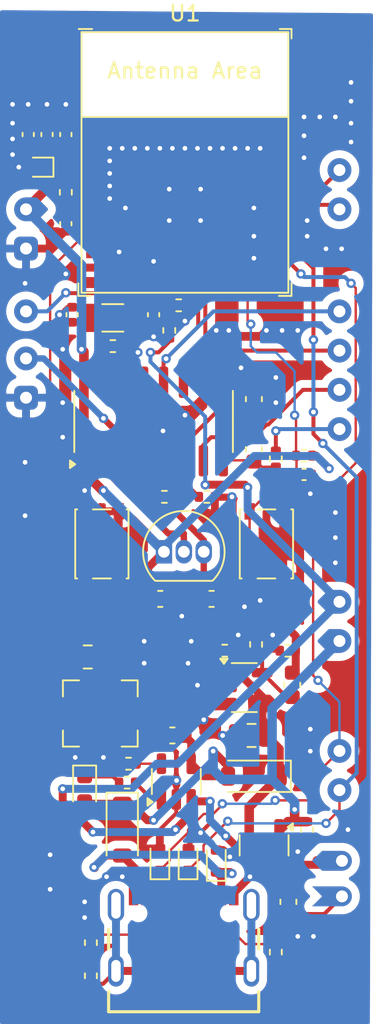
<source format=kicad_pcb>
(kicad_pcb (version 20240108) (generator "pcbnew") (generator_version "8.0")
  (layers (0 "F.Cu" signal) (31 "B.Cu" signal) (34 "B.Paste" user) (35 "F.Paste" user) (36 "B.SilkS" user "B.Silkscreen") (37 "F.SilkS" user "F.Silkscreen") (38 "B.Mask" user) (39 "F.Mask" user) (44 "Edge.Cuts" user))
  (net 0 "")
  (net 1 "GND")
  (net 2 "+3V3")
  (net 3 "CHIP_PU")
  (net 4 "VBUS")
  (net 5 "+BATT")
  (net 6 "IO0")
  (net 7 "IO1")
  (net 8 "E+")
  (net 9 "Net-(U3-VBG)")
  (net 10 "A-")
  (net 11 "Net-(U3-INA+)")
  (net 12 "IO9_BOOT")
  (net 13 "+5V")
  (net 14 "Net-(U6-FB)")
  (net 15 "Net-(D1-K)")
  (net 16 "USB_D-")
  (net 17 "Net-(D8-A)")
  (net 18 "USB_D+")
  (net 20 "Net-(J2-SHELL_GND-PadS1)")
  (net 22 "Net-(J2-CC1)")
  (net 23 "Net-(J2-CC2)")
  (net 24 "/Buck_Coil")
  (net 25 "Net-(Q1-B)")
  (net 26 "Net-(U2-PROG)")
  (net 27 "Net-(U2-STAT)")
  (net 28 "Net-(U3-VFB)")
  (net 29 "A+")
  (net 30 "IO1_ADC")
  (net 31 "ENABLE")
  (net 43 "IO20_RX")
  (net 48 "IO4_DATA")
  (net 51 "IO5_SCK")
  (net 53 "IO21_TX")
  (net 56 "unconnected-(U3-XO-Pad13)")
  (footprint "Diode_SMD:D_SOD-523" (layer "F.Cu") (at 141 100.1 90)
    (property "Reference" "D10" (hide yes))
    (property "Value" "LESD5D5.0CT1G" (hide yes))
  )
  (footprint "Capacitor_SMD:C_0805_2012Metric" (layer "F.Cu") (at 134.6 87.2)
    (property "Reference" "C17" (hide yes))
    (property "Value" "10uF 16V" (hide yes))
  )
  (footprint "LED_SMD:LED_0603_1608Metric" (layer "F.Cu") (at 134.4 95.6 -90)
    (property "Reference" "D1" (hide yes))
    (property "Value" "LED" (hide yes))
  )
  (footprint "Capacitor_SMD:C_0402_1005Metric" (layer "F.Cu") (at 133.6 65.4 90)
    (property "Reference" "C7" (hide yes))
    (property "Value" "DNP" (hide yes))
  )
  (footprint "Diode_SMD:D_SOD-523" (layer "F.Cu") (at 142.8 100.2 90)
    (property "Reference" "D9" (hide yes))
    (property "Value" "LESD5D5.0CT1G" (hide yes))
  )
  (footprint "Package_TO_SOT_SMD:SOT-23-5" (layer "F.Cu") (at 144.5875 89.15)
    (property "Reference" "U6" (hide yes))
    (property "Value" "SY8088" (hide yes))
  )
  (footprint "Diode_SMD:D_SOD-523" (layer "F.Cu") (at 139.2 100.1 90)
    (property "Reference" "D7" (hide yes))
    (property "Value" "LESD5D5.0CT1G" (hide yes))
  )
  (footprint "Capacitor_SMD:C_0603_1608Metric" (layer "F.Cu") (at 147.65 88.975 -90)
    (property "Reference" "C16" (hide yes))
    (property "Value" "22pF 50V" (hide yes))
  )
  (footprint "Capacitor_SMD:C_0603_1608Metric" (layer "F.Cu") (at 142.5 83.5)
    (property "Reference" "C10" (hide yes))
    (property "Value" "1uF" (hide yes))
  )
  (footprint "Resistor_SMD:R_0402_1005Metric" (layer "F.Cu") (at 142.2 77)
    (property "Reference" "R6" (hide yes))
    (property "Value" "8k2R 1%" (hide yes))
  )
  (footprint "Capacitor_SMD:C_0603_1608Metric" (layer "F.Cu") (at 145.2 70.775 -90)
    (property "Reference" "C11" (hide yes))
    (property "Value" "1uF" (hide yes))
  )
  (footprint "Resistor_SMD:R_0402_1005Metric" (layer "F.Cu") (at 134.8 105.4 -90)
    (property "Reference" "R19" (hide yes))
    (property "Value" "5k1R 1%" (hide yes))
  )
  (footprint "Capacitor_SMD:C_0603_1608Metric" (layer "F.Cu") (at 145.2 73.975 90)
    (property "Reference" "C12" (hide yes))
    (property "Value" "0.1uF" (hide yes))
  )
  (footprint "Capacitor_SMD:C_0402_1005Metric" (layer "F.Cu") (at 133.2 59.6 -90)
    (property "Reference" "C3" (hide yes))
    (property "Value" "1uF 16V" (hide yes))
  )
  (footprint "Resistor_SMD:R_0402_1005Metric" (layer "F.Cu") (at 140.4 64.8)
    (property "Reference" "R11" (hide yes))
    (property "Value" "10kR 1%" (hide yes))
  )
  (footprint "Package_TO_SOT_SMD:SOT-23" (layer "F.Cu") (at 145.85 99.2 -90)
    (property "Reference" "Q2" (hide yes))
    (property "Value" "DMG3415U" (hide yes))
  )
  (footprint "Button_Switch_SMD:SW_SPST_PTS810" (layer "F.Cu") (at 146 80 90)
    (property "Reference" "SW2" (hide yes))
    (property "Value" "SW_Push" (hide yes))
  )
  (footprint "Capacitor_SMD:C_0402_1005Metric" (layer "F.Cu") (at 133.2 53.92 90)
    (property "Reference" "C1" (hide yes))
    (property "Value" "1uF 16V" (hide yes))
  )
  (footprint "Capacitor_SMD:C_0402_1005Metric" (layer "F.Cu") (at 130.8 53.92 90)
    (property "Reference" "C4" (hide yes))
    (property "Value" "10nF 10V" (hide yes))
  )
  (footprint "Resistor_SMD:R_0402_1005Metric" (layer "F.Cu") (at 147.36 86.8 180)
    (property "Reference" "R15" (hide yes))
    (property "Value" "100kR 1%" (hide yes))
  )
  (footprint "Diode_SMD:D_SOD-123" (layer "F.Cu") (at 145.2 94.8 180)
    (property "Reference" "D2" (hide yes))
    (property "Value" "B5819W" (hide yes))
  )
  (footprint "Package_TO_SOT_SMD:SOT-23-5" (layer "F.Cu") (at 140.25 95.1375 90)
    (property "Reference" "U2" (hide yes))
    (property "Value" "MCP73831T-2ACI/OT" (hide yes))
  )
  (footprint "Resistor_SMD:R_0402_1005Metric" (layer "F.Cu") (at 148.6 98.2 -90)
    (property "Reference" "R9" (hide yes))
    (property "Value" "100kR 1%" (hide yes))
  )
  (footprint "Resistor_SMD:R_0402_1005Metric" (layer "F.Cu") (at 148.4 74.375 180)
    (property "Reference" "R10" (hide yes))
    (property "Value" "10kR 1%" (hide yes))
  )
  (footprint "Resistor_SMD:R_0402_1005Metric" (layer "F.Cu") (at 146.6 106 -90)
    (property "Reference" "R18" (hide yes))
    (property "Value" "5k1R 1%" (hide yes))
  )
  (footprint "Resistor_SMD:R_0402_1005Metric" (layer "F.Cu") (at 134.8 107.51 90)
    (property "Reference" "R17" (hide yes))
    (property "Value" "0R 1%" (hide yes))
  )
  (footprint "PCM_Espressif:ESP32-C3-MINI-1" (layer "F.Cu") (at 140.8 55.7)
    (property "Reference" "U1")
    (property "Value" "ESP32-C3-MINI-1" (hide yes))
  )
  (footprint "Resistor_SMD:R_0402_1005Metric" (layer "F.Cu") (at 137.11 95.2 180)
    (property "Reference" "R3" (hide yes))
    (property "Value" "1kR 1%" (hide yes))
  )
  (footprint "Inductor_SMD:L_Bourns-SRN4018" (layer "F.Cu") (at 135.4 90.8 180)
    (property "Reference" "L1" (hide yes))
    (property "Value" "SPH4018H2R2MT (2.2uH 2.2A)" (hide yes))
  )
  (footprint "Capacitor_SMD:C_0402_1005Metric" (layer "F.Cu") (at 132 53.92 90)
    (property "Reference" "C2" (hide yes))
    (property "Value" "100nF 10V" (hide yes))
  )
  (footprint "Resistor_SMD:R_0402_1005Metric" (layer "F.Cu") (at 145.34 86.4 90)
    (property "Reference" "R16" (hide yes))
    (property "Value" "22k1R 1%" (hide yes))
  )
  (footprint "Package_TO_SOT_THT:TO-92_Inline" (layer "F.Cu") (at 139.46 80.5)
    (property "Reference" "Q1" (hide yes))
    (property "Value" "S8550" (hide yes))
  )
  (footprint "Resistor_SMD:R_0402_1005Metric" (layer "F.Cu") (at 139.8 66.4 90)
    (property "Reference" "R12" (hide yes))
    (property "Value" "33kR 1%" (hide yes))
  )
  (footprint "Capacitor_SMD:C_0402_1005Metric" (layer "F.Cu") (at 138.8 65.4 -90)
    (property "Reference" "C8" (hide yes))
    (property "Value" "DNP" (hide yes))
  )
  (footprint "Resistor_SMD:R_0402_1005Metric" (layer "F.Cu") (at 133.2 57.6 -90)
    (property "Reference" "R1" (hide yes))
    (property "Value" "10kR 1%" (hide yes))
  )
  (footprint "Resistor_SMD:R_0402_1005Metric" (layer "F.Cu") (at 143.34 86.8 180)
    (property "Reference" "R14" (hide yes))
    (property "Value" "10kR 1%" (hide yes))
  )
  (footprint "Crystal:Crystal_SMD_3215-2Pin_3.2x1.5mm" (layer "F.Cu") (at 136.2 65.6 180)
    (property "Reference" "Y1" (hide yes))
    (property "Value" "32.768Hz" (hide yes))
  )
  (footprint "Resistor_SMD:R_0402_1005Metric" (layer "F.Cu") (at 146.6 74.575 90)
    (property "Reference" "R7" (hide yes))
    (property "Value" "1kR 1%" (hide yes))
  )
  (footprint "Capacitor_SMD:C_0603_1608Metric" (layer "F.Cu") (at 139.225 83.5)
    (property "Reference" "C9" (hide yes))
    (property "Value" "1uF" (hide yes))
  )
  (footprint "Capacitor_SMD:C_0603_1608Metric" (layer "F.Cu") (at 140 92.2)
    (property "Reference" "C5" (hide yes))
    (property "Value" "4.7uF 16V" (hide yes))
  )
  (footprint "Capacitor_SMD:C_0805_2012Metric" (layer "F.Cu") (at 145.05 92.2 180)
    (property "Reference" "C15" (hide yes))
    (property "Value" "10uF 16V" (hide yes))
  )
  (footprint "Capacitor_SMD:C_0603_1608Metric" (layer "F.Cu") (at 147.4 102.8 -90)
    (property "Reference" "C6" (hide yes))
    (property "Value" "4.7uF 16V" (hide yes))
  )
  (footprint "Diode_SMD:D_SOD-123" (layer "F.Cu") (at 136.8 98.2 -90)
    (property "Reference" "D8" (hide yes))
    (property "Value" "B5819W" (hide yes))
  )
  (footprint "Button_Switch_SMD:SW_SPST_PTS810" (layer "F.Cu") (at 135.5 80 90)
    (property "Reference" "SW1" (hide yes))
    (property "Value" "SW_Push" (hide yes))
  )
  (footprint "Capacitor_SMD:C_0402_1005Metric" (layer "F.Cu") (at 148.4 75.575 180)
    (property "Reference" "C14" (hide yes))
    (property "Value" "1nF 10V" (hide yes))
  )
  (footprint "Resistor_SMD:R_0402_1005Metric" (layer "F.Cu") (at 137.2 94)
    (property "Reference" "R2" (hide yes))
    (property "Value" "10kR 1%" (hide yes))
  )
  (footprint "Rust_Board:Rust_Board" (layer "F.Cu") (at 140.66 77.685)
    (property "Reference" "U4" (hide yes))
    (property "Value" "Rust_Board" (hide yes))
  )
  (footprint "Diode_SMD:D_SOD-882" (layer "F.Cu") (at 131.6 56 180)
    (property "Reference" "D3" (hide yes))
    (property "Value" "LESD8D3.3CAT5G" (hide yes))
  )
  (footprint "Resistor_SMD:R_0402_1005Metric" (layer "F.Cu") (at 139.49 77)
    (property "Reference" "R5" (hide yes))
    (property "Value" "20kR 1%" (hide yes))
  )
  (footprint "Package_SO:SOP-16_3.9x9.9mm_P1.27mm" (layer "F.Cu") (at 138.8 72.2 90)
    (property "Reference" "U3" (hide yes))
    (property "Value" "HX711" (hide yes))
  )
  (footprint "Resistor_SMD:R_0402_1005Metric" (layer "F.Cu") (at 136.2 67.4)
    (property "Reference" "R4" (hide yes))
    (property "Value" "DNP" (hide yes))
  )
  (footprint "Rust_Board:GCT_USB4105-GF-A" (layer "F.Cu") (at 140.72 107.2)
    (property "Reference" "J2" (hide yes))
    (property "Value" "USB4105-GF-A" (hide yes))
  )
  (segment (start 139.2 98.2) (end 139.8 97.6) (width 0.254) (layer "F.Cu") (net 1))
  (segment (start 137.6 62.592) (end 137.408 62.4) (width 0.508) (layer "F.Cu") (net 1))
  (segment (start 143.233682 99.5) (end 143.666841 99.933159) (width 0.508) (layer "F.Cu") (net 1))
  (segment (start 143.954 66.754) (end 145.645904 66.754) (width 0.508) (layer "F.Cu") (net 1))
  (segment (start 133.28 64.92) (end 132.8 65.4) (width 0.254) (layer "F.Cu") (net 1))
  (segment (start 133.6 64.92) (end 133.28 64.92) (width 0.254) (layer "F.Cu") (net 1))
  (segment (start 149.695 103.575) (end 147.4 103.575) (width 0.254) (layer "F.Cu") (net 1))
  (segment (start 139.4 72.8) (end 136.895 70.295) (width 0.4064) (layer "F.Cu") (net 1))
  (segment (start 138.8 66.778342) (end 138.789171 66.789171) (width 0.508) (layer "F.Cu") (net 1))
  (segment (start 148.88 76.72) (end 148.8 76.8) (width 0.4064) (layer "F.Cu") (net 1))
  (segment (start 140 83.5) (end 140 84) (width 0.6096) (layer "F.Cu") (net 1))
  (segment (start 131.25 56) (end 130.2 56) (width 0.4064) (layer "F.Cu") (net 1))
  (segment (start 143.211318 92.2) (end 143.205659 92.205659) (width 0.254) (layer "F.Cu") (net 1))
  (segment (start 136.69 94) (end 136 94) (width 0.4064) (layer "F.Cu") (net 1))
  (segment (start 133.2 53.44) (end 133.214318 53.44) (width 0.254) (layer "F.Cu") (net 1))
  (segment (start 136.895 69.7) (end 136.895 68.705) (width 0.4064) (layer "F.Cu") (net 1))
  (segment (start 140.25 96.275) (end 140.25 95.083682) (width 0.254) (layer "F.Cu") (net 1))
  (segment (start 138.8 65.88) (end 138.8 66.778342) (width 0.508) (layer "F.Cu") (net 1))
  (segment (start 145.6 53.5) (end 145.6 54.8) (width 0.508) (layer "F.Cu") (net 1))
  (segment (start 139.8 97.6) (end 140.25 97.15) (width 0.254) (layer "F.Cu") (net 1))
  (segment (start 143.92 102.445) (end 143.92 102.230485) (width 0.508) (layer "F.Cu") (net 1))
  (segment (start 141.975 69.7) (end 143.245 69.7) (width 0.4064) (layer "F.Cu") (net 1))
  (segment (start 140.25 97.15) (end 140.25 96.275) (width 0.254) (layer "F.Cu") (net 1))
  (segment (start 143.205659 92.205659) (end 143.005659 92.205659) (width 0.254) (layer "F.Cu") (net 1))
  (segment (start 148.6 99) (end 148 99.6) (width 0.4064) (layer "F.Cu") (net 1))
  (segment (start 133.6 62.4) (end 133.2 62.8) (width 0.508) (layer "F.Cu") (net 1))
  (segment (start 137.408 62.4) (end 134.9 62.4) (width 0.508) (layer "F.Cu") (net 1))
  (segment (start 140 84) (end 140.6 84.6) (width 0.6096) (layer "F.Cu") (net 1))
  (segment (start 137.52 101.92) (end 136.8 101.2) (width 0.254) (layer "F.Cu") (net 1))
  (segment (start 142.71 77) (end 143.8 77) (width 0.4064) (layer "F.Cu") (net 1))
  (segment (start 144.1 92.2) (end 143.211318 92.2) (width 0.254) (layer "F.Cu") (net 1))
  (segment (start 137.6 63.3) (end 137.6 62.592) (width 0.508) (layer "F.Cu") (net 1))
  (segment (start 145.999906 66.4) (end 145.999905 66.399999) (width 0.508) (layer "F.Cu") (net 1))
  (segment (start 142.8 99.5) (end 143.233682 99.5) (width 0.508) (layer "F.Cu") (net 1))
  (segment (start 140.8 65.8) (end 140.8 64.91) (width 0.6096) (layer "F.Cu") (net 1))
  (segment (start 141.75 89.15) (end 141.6 89) (width 0.254) (layer "F.Cu") (net 1))
  (segment (start 134.9 62.4) (end 133.6 62.4) (width 0.508) (layer "F.Cu") (net 1))
  (segment (start 143.245 69.7) (end 144.9 69.7) (width 0.508) (layer "F.Cu") (net 1))
  (segment (start 136.895 68.705) (end 137.8 67.8) (width 0.4064) (layer "F.Cu") (net 1))
  (segment (start 141.975 70.625) (end 140.8 71.8) (width 0.4064) (layer "F.Cu") (net 1))
  (segment (start 137.52 102.445) (end 137.52 101.92) (width 0.254) (layer "F.Cu") (net 1))
  (segment (start 143.6 66.4) (end 143.954 66.754) (width 0.508) (layer "F.Cu") (net 1))
  (segment (start 134.174318 54.4) (end 134.9 54.4) (width 0.254) (layer "F.Cu") (net 1))
  (segment (start 139.505 74.9) (end 139.505 73.900001) (width 0.1524) (layer "F.Cu") (net 1))
  (segment (start 133.214318 53.44) (end 134.174318 54.4) (width 0.254) (layer "F.Cu") (net 1))
  (segment (start 145.645904 66.754) (end 145.999905 66.399999) (width 0.508) (layer "F.Cu") (net 1))
  (segment (start 134.9 54.4) (end 134.9 55.2) (width 0.254) (layer "F.Cu") (net 1))
  (segment (start 143.005659 92.205659) (end 142 91.2) (width 0.254) (layer "F.Cu") (net 1))
  (segment (start 136 94) (end 135.6 93.6) (width 0.4064) (layer "F.Cu") (net 1))
  (segment (start 139.435 74.7) (end 139.435 72.835) (width 0.4064) (layer "F.Cu") (net 1))
  (segment (start 141 99.4) (end 141 99.2) (width 0.254) (layer "F.Cu") (net 1))
  (segment (start 136.895 70.295) (end 136.895 69.7) (width 0.4064) (layer "F.Cu") (net 1))
  (segment (start 141.975 69.7) (end 141.975 70.625) (width 0.4064) (layer "F.Cu") (net 1))
  (segment (start 140.266841 93.241841) (end 140.266841 95.066841) (width 0.254) (layer "F.Cu") (net 1))
  (segment (start 150.82 102.45) (end 149.695 103.575) (width 0.254) (layer "F.Cu") (net 1))
  (segment (start 143.45 89.15) (end 141.75 89.15) (width 0.254) (layer "F.Cu") (net 1))
  (segment (start 148.88 75.575) (end 148.88 76.72) (width 0.4064) (layer "F.Cu") (net 1))
  (segment (start 143.6 66.4) (end 142.8 66.4) (width 0.508) (layer "F.Cu") (net 1))
  (segment (start 130.66 61.185) (end 132.095 61.185) (width 0.4064) (layer "F.Cu") (net 1))
  (segment (start 139.435 72.835) (end 139.4 72.8) (width 0.4064) (layer "F.Cu") (net 1))
  (segment (start 148.6 98.71) (end 148.6 99) (width 0.4064) (layer "F.Cu") (net 1))
  (segment (start 141 99.2) (end 141.8 98.4) (width 0.254) (layer "F.Cu") (net 1))
  (segment (start 139.2 99.4) (end 139.2 98.2) (width 0.254) (layer "F.Cu") (net 1))
  (segment (start 140.25 95.083682) (end 140.266841 95.066841) (width 0.254) (layer "F.Cu") (net 1))
  (segment (start 132.095 61.185) (end 133.2 60.08) (width 0.4064) (layer "F.Cu") (net 1))
  (segment (start 145 101.2) (end 144.950485 101.2) (width 0.508) (layer "F.Cu") (net 1))
  (segment (start 148 66.4) (end 145.999906 66.4) (width 0.508) (layer "F.Cu") (net 1))
  (segment (start 144.9 69.7) (end 145.2 70) (width 0.508) (layer "F.Cu") (net 1))
  (segment (start 140.8 64.91) (end 140.91 64.8) (width 0.6096) (layer "F.Cu") (net 1))
  (segment (start 143.92 102.230485) (end 144.950485 101.2) (width 0.508) (layer "F.Cu") (net 1))
  (segment (start 139.225 92.2) (end 140.266841 93.241841) (width 0.254) (layer "F.Cu") (net 1))
  (via (at 151.4 53.2) (size 0.6) (drill 0.3) (layers "F.Cu" "B.Cu") (net 1))
  (via (at 137.6 54.8) (size 0.6) (drill 0.3) (layers "F.Cu" "B.Cu") (net 1))
  (via (at 149 105) (size 0.6) (drill 0.3) (layers "F.Cu" "B.Cu") (net 1))
  (via (at 130.6 74.8) (size 0.6) (drill 0.3) (layers "F.Cu" "B.Cu") (net 1))
  (via (at 148.4 55.4) (size 0.6) (drill 0.3) (layers "F.Cu" "B.Cu") (net 1))
  (via (at 132.2 99.8) (size 0.6) (drill 0.3) (layers "F.Cu" "B.Cu") (net 1))
  (via (at 148.8 93.2) (size 0.6) (drill 0.3) (layers "F.Cu" "B.Cu") (net 1))
  (via (at 151.4 50.6) (size 0.6) (drill 0.3) (layers "F.Cu" "B.Cu") (net 1))
  (via (at 146.4 85.8) (size 0.6) (drill 0.3) (layers "F.Cu" "B.Cu") (net 1))
  (via (at 129.8 52) (size 0.6) (drill 0.3) (layers "F.Cu" "B.Cu") (net 1))
  (via (at 143.2 54.8) (size 0.6) (drill 0.3) (layers "F.Cu" "B.Cu") (net 1))
  (via (at 143.8 77) (size 0.6) (drill 0.3) (layers "F.Cu" "B.Cu") (net 1))
  (via (at 141.8 98.4) (size 0.6) (drill 0.3) (layers "F.Cu" "B.Cu") (net 1))
  (via (at 139.8 59.4) (size 0.6) (drill 0.3) (layers "F.Cu" "B.Cu") (net 1))
  (via (at 140 54.8) (size 0.6) (drill 0.3) (layers "F.Cu" "B.Cu") (net 1))
  (via (at 129.8 55.2) (size 0.6) (drill 0.3) (layers "F.Cu" "B.Cu") (net 1))
  (via (at 150.4 52.8) (size 0.6) (drill 0.3) (layers "F.Cu" "B.Cu") (net 1))
  (via (at 130.6 78.2) (size 0.6) (drill 0.3) (layers "F.Cu" "B.Cu") (net 1))
  (via (at 148.8 91.8) (size 0.6) (drill 0.3) (layers "F.Cu" "B.Cu") (net 1))
  (via (at 138.8 62) (size 0.6) (drill 0.3) (layers "F.Cu" "B.Cu") (net 1))
  (via (at 132 52) (size 0.6) (drill 0.3) (layers "F.Cu" "B.Cu") (net 1))
  (via (at 145.999905 66.399999) (size 0.6) (drill 0.3) (layers "F.Cu" "B.Cu") (net 1))
  (via (at 141.8 57.4) (size 0.6) (drill 0.3) (layers "F.Cu" "B.Cu") (net 1))
  (via (at 148 105) (size 0.6) (drill 0.3) (layers "F.Cu" "B.Cu") (net 1))
  (via (at 140.266841 95.066841) (size 0.6) (drill 0.3) (layers "F.Cu" "B.Cu") (net 1))
  (via (at 151.4 54.4) (size 0.6) (drill 0.3) (layers "F.Cu" "B.Cu") (net 1))
  (via (at 145.2 60.4) (size 0.6) (drill 0.3) (layers "F.Cu" "B.Cu") (net 1))
  (via (at 137.8 67.8) (size 0.6) (drill 0.3) (layers "F.Cu" "B.Cu") (net 1))
  (via (at 138.2 87.6) (size 0.6) (drill 0.3) (layers "F.Cu" "B.Cu") (net 1))
  (via (at 139.8 57.4) (size 0.6) (drill 0.3) (layers "F.Cu" "B.Cu") (net 1))
  (via (at 138.4 54.8) (size 0.6) (drill 0.3) (layers "F.Cu" "B.Cu") (net 1))
  (via (at 136 54.8) (size 0.6) (drill 0.3) (layers "F.Cu" "B.Cu") (net 1))
  (via (at 136 58) (size 0.6) (drill 0.3) (layers "F.Cu" "B.Cu") (net 1))
  (via (at 148.8 76.8) (size 0.6) (drill 0.3) (layers "F.Cu" "B.Cu") (net 1))
  (via (at 142.8 66.4) (size 0.6) (drill 0.3) (layers "F.Cu" "B.Cu") (net 1))
  (via (at 140.6 84.6) (size 0.6) (drill 0.3) (layers "F.Cu" "B.Cu") (net 1))
  (via (at 142.4 54.8) (size 0.6) (drill 0.3) (layers "F.Cu" "B.Cu") (net 1))
  (via (at 148.4 52.8) (size 0.6) (drill 0.3) (layers "F.Cu" "B.Cu") (net 1))
  (via (at 151.4 51.8) (size 0.6) (drill 0.3) (layers "F.Cu" "B.Cu") (net 1))
  (via (at 145.2 61.8) (size 0.6) (drill 0.3) (layers "F.Cu" "B.Cu") (net 1))
  (via (at 130.8 52) (size 0.6) (drill 0.3) (layers "F.Cu" "B.Cu") (net 1))
  (via (at 143.6 66.4) (size 0.6) (drill 0.3) (layers "F.Cu" "B.Cu") (net 1))
  (via (at 148 99.6) (size 0.6) (drill 0.3) (layers "F.Cu" "B.Cu") (net 1))
  (via (at 133.8 93.6) (size 0.6) (drill 0.3) (layers "F.Cu" "B.Cu") (net 1))
  (via (at 146.6 71) (size 0.6) (drill 0.3) (layers "F.Cu" "B.Cu") (net 1))
  (via (at 151.2 98.2) (size 0.6) (drill 0.3) (layers "F.Cu" "B.Cu") (net 1))
  (via (at 145.6 54.8) (size 0.6) (drill 0.3) (layers "F.Cu" "B.Cu") (net 1))
  (via (at 144.6 84) (size 0.6) (drill 0.3) (layers "F.Cu" "B.Cu") (net 1))
  (via (at 130.6 63.4) (size 0.6) (drill 0.3) (layers "F.Cu" "B.Cu") (net 1))
  (via (at 141.6 89) (size 0.6) (drill 0.3) (layers "F.Cu" "B.Cu") (net 1))
  (via (at 136.6 61.4) (size 0.6) (drill 0.3) (layers "F.Cu" "B.Cu") (net 1))
  (via (at 133 67.6) (size 0.6) (drill 0.3) (layers "F.Cu" "B.Cu") (net 1))
  (via (at 132.2 102) (size 0.6) (drill 0.3) (layers "F.Cu" "B.Cu") (net 1))
  (via (at 140.8 54.8) (size 0.6) (drill 0.3) (layers "F.Cu" "B.Cu") (net 1))
  (via (at 139.4 72.8) (size 0.6) (drill 0.3) (layers "F.Cu" "B.Cu") (net 1))
  (via (at 150.4 79.6) (size 0.6) (drill 0.3) (layers "F.Cu" "B.Cu") (net 1))
  (via (at 143.666841 99.933159) (size 0.6) (drill 0.3) (layers "F.Cu" "B.Cu") (net 1))
  (via (at 141.8 59.4) (size 0.6) (drill 0.3) (layers "F.Cu" "B.Cu") (net 1))
  (via (at 146.6 69.4) (size 0.6) (drill 0.3) (layers "F.Cu" "B.Cu") (net 1))
  (via (at 134.4 102.8) (size 0.6) (drill 0.3) (layers "F.Cu" "B.Cu") (net 1))
  (via (at 133 71) (size 0.6) (drill 0.3) (layers "F.Cu" "B.Cu") (net 1))
  (via (at 142 91.2) (size 0.6) (drill 0.3) (layers "F.Cu" "B.Cu") (net 1))
  (via (at 139.2 54.8) (size 0.6) (drill 0.3) (layers "F.Cu" "B.Cu") (net 1))
  (via (at 136.8 54.8) (size 0.6) (drill 0.3) (layers "F.Cu" "B.Cu") (net 1))
  (via (at 134.4 103.8) (size 0.6) (drill 0.3) (layers "F.Cu" "B.Cu") (net 1))
  (via (at 135.6 93.6) (size 0.6) (drill 0.3) (layers "F.Cu" "B.Cu") (net 1))
  (via (at 150.8 61.2) (size 0.6) (drill 0.3) (layers "F.Cu" "B.Cu") (net 1))
  (via (at 141 87.6) (size 0.6) (drill 0.3) (layers "F.Cu" "B.Cu") (net 1))
  (via (at 140.8 65.8) (size 0.6) (drill 0.3) (layers "F.Cu" "B.Cu") (net 1))
  (via (at 141.6 54.8) (size 0.6) (drill 0.3) (layers "F.Cu" "B.Cu") (net 1))
  (via (at 145.2 58.6) (size 0.6) (drill 0.3) (layers "F.Cu" "B.Cu") (net 1))
  (via (at 144.8 54.8) (size 0.6) (drill 0.3) (layers "F.Cu" "B.Cu") (net 1))
  (via (at 144.2 85.8) (size 0.6) (drill 0.3) (layers "F.Cu" "B.Cu") (net 1))
  (via (at 148 66.4) (size 0.6) (drill 0.3) (layers "F.Cu" "B.Cu") (net 1))
  (via (at 149.8 61.2) (size 0.6) (drill 0.3) (layers "F.Cu" "B.Cu") (net 1))
  (via (at 136 56.4) (size 0.6) (drill 0.3) (layers "F.Cu" "B.Cu") (net 1))
  (via (at 129.8 54.2) (size 0.6) (drill 0.3) (layers "F.Cu" "B.Cu") (net 1))
  (via (at 138.8 66.8) (size 0.6) (drill 0.3) (layers "F.Cu" "B.Cu") (net 1))
  (via (at 136.8 101.2) (size 0.6) (drill 0.3) (layers "F.Cu" "B.Cu") (net 1))
  (via (at 133.2 52) (size 0.6) (drill 0.3) (layers "F.Cu" "B.Cu") (net 1))
  (via (at 133 73.2) (size 0.6) (drill 0.3) (layers "F.Cu" "B.Cu") (net 1))
  (via (at 150.4 78) (size 0.6) (drill 0.3) (layers "F.Cu" "B.Cu") (net 1))
  (via (at 148.6 59.4) (size 0.6) (drill 0.3) (layers "F.Cu" "B.Cu") (net 1))
  (via (at 145.6 83.6) (size 0.6) (drill 0.3) (layers "F.Cu" "B.Cu") (net 1))
  (via (at 136 57.2) (size 0.6) (drill 0.3) (layers "F.Cu" "B.Cu") (net 1))
  (via (at 137 58.6) (size 0.6) (drill 0.3) (layers "F.Cu" "B.Cu") (net 1))
  (via (at 133.2 62.8) (size 0.6) (drill 0.3) (layers "F.Cu" "B.Cu") (net 1))
  (via (at 143.205659 92.205659) (size 0.6) (drill 0.3) (layers "F.Cu" "B.Cu") (net 1))
  (via (at 144 54.8) (size 0.6) (drill 0.3) (layers "F.Cu" "B.Cu") (net 1))
  (via (at 141.2 86.2) (size 0.6) (drill 0.3) (layers "F.Cu" "B.Cu") (net 1))
  (via (at 138.2 86.2) (size 0.6) (drill 0.3) (layers "F.Cu" "B.Cu") (net 1))
  (via (at 134.4 76.6) (size 0.6) (drill 0.3) (layers "F.Cu" "B.Cu") (net 1))
  (via (at 140.8 71.8) (size 0.6) (drill 0.3) (layers "F.Cu" "B.Cu") (net 1))
  (via (at 148.6 60.4) (size 0.6) (drill 0.3) (layers "F.Cu" "B.Cu") (net 1))
  (via (at 129.8 53.2) (size 0.6) (drill 0.3) (layers "F.Cu" "B.Cu") (net 1))
  (via (at 148.4 54) (size 0.6) (drill 0.3) (layers "F.Cu" "B.Cu") (net 1))
  (via (at 149.4 52.8) (size 0.6) (drill 0.3) (layers "F.Cu" "B.Cu") (net 1))
  (via (at 144.376651 68.780533) (size 0.6) (drill 0.3) (layers "F.Cu" "B.Cu") (net 1))
  (via (at 150.4 81.2) (size 0.6) (drill 0.3) (layers "F.Cu" "B.Cu") (net 1))
  (via (at 136 55.6) (size 0.6) (drill 0.3) (layers "F.Cu" "B.Cu") (net 1))
  (via (at 132.8 65.4) (size 0.6) (drill 0.3) (layers "F.Cu" "B.Cu") (net 1))
  (via (at 135.8 101.2) (size 0.6) (drill 0.3) (layers "F.Cu" "B.Cu") (net 1))
  (via (at 130.2 56) (size 0.6) (drill 0.3) (layers "F.Cu" "B.Cu") (net 1))
  (via (at 144.950485 101.2) (size 0.6) (drill 0.3) (layers "F.Cu" "B.Cu") (net 1))
  (via (at 147 66.4) (size 0.6) (drill 0.3) (layers "F.Cu" "B.Cu") (net 1))
  (segment (start 138.45 83.5) (end 138.45 81.51) (width 0.508) (layer "F.Cu") (net 2))
  (segment (start 147.87 86.8) (end 147.87 87.98) (width 0.508) (layer "F.Cu") (net 2))
  (segment (start 147.87 85.87) (end 147.87 86.8) (width 0.508) (layer "F.Cu") (net 2))
  (segment (start 132 55.95) (end 131.95 56) (width 0.508) (layer "F.Cu") (net 2))
  (segment (start 133.65 87.2) (end 133.65 90.575) (width 0.508) (layer "F.Cu") (net 2))
  (segment (start 132.49 57.09) (end 131.95 56.55) (width 0.508) (layer "F.Cu") (net 2))
  (segment (start 132.255 57.09) (end 133.2 57.09) (width 0.6096) (layer "F.Cu") (net 2))
  (segment (start 133.65 87.2) (end 133.8 87.2) (width 0.508) (layer "F.Cu") (net 2))
  (segment (start 138.45 81.51) (end 139.46 80.5) (width 0.508) (layer "F.Cu") (net 2))
  (segment (start 130.8 54.4) (end 133.2 54.4) (width 0.1524) (layer "F.Cu") (net 2))
  (segment (start 134.355 69.7) (end 134.355 74.7) (width 0.6096) (layer "F.Cu") (net 2))
  (segment (start 149.175 74.375) (end 150 75.2) (width 0.508) (layer "F.Cu") (net 2))
  (segment (start 147.87 87.98) (end 147.65 88.2) (width 0.508) (layer "F.Cu") (net 2))
  (segment (start 134.355 69.7) (end 134.355 67.755) (width 0.6096) (layer "F.Cu") (net 2))
  (segment (start 134.9 56) (end 131.95 56) (width 0.4064) (layer "F.Cu") (net 2))
  (segment (start 147 85) (end 147.87 85.87) (width 0.508) (layer "F.Cu") (net 2))
  (segment (start 133.2 57.09) (end 132.49 57.09) (width 0.508) (layer "F.Cu") (net 2))
  (segment (start 148.91 74.375) (end 149.175 74.375) (width 0.508) (layer "F.Cu") (net 2))
  (segment (start 134.355 75.41684) (end 135.53816 76.6) (width 0.6096) (layer "F.Cu") (net 2))
  (segment (start 135.53816 76.6) (end 135.6 76.6) (width 0.6096) (layer "F.Cu") (net 2))
  (segment (start 139.446 85.446) (end 143.354 85.446) (width 0.508) (layer "F.Cu") (net 2))
  (segment (start 133.65 90.575) (end 133.875 90.8) (width 0.508) (layer "F.Cu") (net 2))
  (segment (start 143.354 85.446) (end 143.8 85) (width 0.508) (layer "F.Cu") (net 2))
  (segment (start 138.45 84.45) (end 139.446 85.446) (width 0.508) (layer "F.Cu") (net 2))
  (segment (start 134.355 74.7) (end 134.355 75.41684) (width 0.6096) (layer "F.Cu") (net 2))
  (segment (start 131.95 56.55) (end 131.95 56) (width 0.508) (layer "F.Cu") (net 2))
  (segment (start 143.8 85) (end 147 85) (width 0.508) (layer "F.Cu") (net 2))
  (segment (start 130.66 58.685) (end 132.255 57.09) (width 0.6096) (layer "F.Cu") (net 2))
  (segment (start 138.45 83.5) (end 138.45 84.45) (width 0.508) (layer "F.Cu") (net 2))
  (segment (start 134.355 69.7) (end 135.625 69.7) (width 0.6096) (layer "F.Cu") (net 2))
  (segment (start 137.5 83.5) (end 138.45 83.5) (width 0.508) (layer "F.Cu") (net 2))
  (segment (start 134.355 67.755) (end 134.2 67.6) (width 0.6096) (layer "F.Cu") (net 2))
  (segment (start 133.8 87.2) (end 137.5 83.5) (width 0.508) (layer "F.Cu") (net 2))
  (segment (start 132 54.4) (end 132 55.95) (width 0.508) (layer "F.Cu") (net 2))
  (via (at 150 75.2) (size 0.6) (drill 0.3) (layers "F.Cu" "B.Cu") (net 2))
  (via (at 134.2 67.6) (size 0.6) (drill 0.3) (layers "F.Cu" "B.Cu") (net 2))
  (via (at 135.6 76.6) (size 0.6) (drill 0.3) (layers "F.Cu" "B.Cu") (net 2))
  (segment (start 150 75.2) (end 149.2 74.4) (width 0.508) (layer "B.Cu") (net 2))
  (segment (start 149.2 74.4) (end 145.220485 74.4) (width 0.508) (layer "B.Cu") (net 2))
  (segment (start 134.2 62.225) (end 130.66 58.685) (width 0.6096) (layer "B.Cu") (net 2))
  (segment (start 135.6 76.6) (end 135.6 76.64) (width 0.6096) (layer "B.Cu") (net 2))
  (segment (start 139.46 80.160485) (end 139.46 80.5) (width 0.508) (layer "B.Cu") (net 2))
  (segment (start 139.366318 80.5) (end 139.46 80.5) (width 0.508) (layer "B.Cu") (net 2))
  (segment (start 134.2 67.6) (end 134.2 62.225) (width 0.6096) (layer "B.Cu") (net 2))
  (segment (start 145.220485 74.4) (end 139.46 80.160485) (width 0.508) (layer "B.Cu") (net 2))
  (segment (start 135.6 76.64) (end 139.46 80.5) (width 0.6096) (layer "B.Cu") (net 2))
  (segment (start 132.2 62.5) (end 132.2 76.4) (width 0.1524) (layer "F.Cu") (net 3))
  (segment (start 133.725 77.925) (end 134.425 77.925) (width 0.1524) (layer "F.Cu") (net 3))
  (segment (start 134.425 82.075) (end 134.425 77.925) (width 0.1524) (layer "F.Cu") (net 3))
  (segment (start 132.2 76.4) (end 133.725 77.925) (width 0.1524) (layer "F.Cu") (net 3))
  (segment (start 133.72 59.12) (end 134.6 60) (width 0.1524) (layer "F.Cu") (net 3))
  (segment (start 133.2 59.12) (end 133.72 59.12) (width 0.1524) (layer "F.Cu") (net 3))
  (segment (start 134.7 60) (end 132.2 62.5) (width 0.1524) (layer "F.Cu") (net 3))
  (segment (start 134.9 60) (end 134.7 60) (width 0.1524) (layer "F.Cu") (net 3))
  (segment (start 134.6 60) (end 134.9 60) (width 0.1524) (layer "F.Cu") (net 3))
  (segment (start 133.2 59.12) (end 133.2 58.11) (width 0.1524) (layer "F.Cu") (net 3))
  (segment (start 138.4 97.6) (end 137.35 96.55) (width 0.508) (layer "F.Cu") (net 4))
  (segment (start 147.3725 97.69) (end 147.8 97.69) (width 0.6096) (layer "F.Cu") (net 4))
  (segment (start 143.55 94.8) (end 143.55 94.15) (width 0.508) (layer "F.Cu") (net 4))
  (segment (start 147.8 97.69) (end 147.8 96.915358) (width 0.6096) (layer "F.Cu") (net 4))
  (segment (start 143.55 94.15) (end 142.6 93.2) (width 0.508) (layer "F.Cu") (net 4))
  (segment (start 141.2 94) (end 141.2 92.625) (width 0.508) (layer "F.Cu") (net 4))
  (segment (start 147.8 97.69) (end 148.6 97.69) (width 0.6096) (layer "F.Cu") (net 4))
  (segment (start 138.8 97.6) (end 138.4 97.6) (width 0.508) (layer "F.Cu") (net 4))
  (segment (start 137.35 96.55) (end 136.8 96.55) (width 0.508) (layer "F.Cu") (net 4))
  (segment (start 142 94.8) (end 141.2 94) (width 0.508) (layer "F.Cu") (net 4))
  (segment (start 136.8 96.55) (end 134.5625 96.55) (width 0.508) (layer "F.Cu") (net 4))
  (segment (start 141.2 92.625) (end 140.775 92.2) (width 0.508) (layer "F.Cu") (net 4))
  (segment (start 146.8 98.2625) (end 147.3725 97.69) (width 0.6096) (layer "F.Cu") (net 4))
  (segment (start 143.375 94.8) (end 142 94.8) (width 0.508) (layer "F.Cu") (net 4))
  (segment (start 134.5625 96.55) (end 134.4 96.3875) (width 0.508) (layer "F.Cu") (net 4))
  (via (at 142.6 93.2) (size 0.6) (drill 0.3) (layers "F.Cu" "B.Cu") (net 4))
  (via (at 138.8 97.6) (size 0.6) (drill 0.3) (layers "F.Cu" "B.Cu") (net 4))
  (via (at 147.8 96.915358) (size 0.6) (drill 0.3) (layers "F.Cu" "B.Cu") (net 4))
  (segment (start 142.6 93.8) (end 142.6 93.4) (width 0.508) (layer "B.Cu") (net 4))
  (segment (start 147.8 96.439959) (end 146.360041 95) (width 0.6096) (layer "B.Cu") (net 4))
  (segment (start 142 94.4) (end 142.6 93.8) (width 0.508) (layer "B.Cu") (net 4))
  (segment (start 143.2 95) (end 142.6 94.4) (width 0.6096) (layer "B.Cu") (net 4))
  (segment (start 142.6 94.4) (end 142.6 93.4) (width 0.6096) (layer "B.Cu") (net 4))
  (segment (start 146.360041 95) (end 143.2 95) (width 0.6096) (layer "B.Cu") (net 4))
  (segment (start 146.360041 95) (end 146.360041 90.484959) (width 0.6096) (layer "B.Cu") (net 4))
  (segment (start 147.8 96.915358) (end 147.8 96.439959) (width 0.6096) (layer "B.Cu") (net 4))
  (segment (start 146.360041 90.484959) (end 150.66 86.185) (width 0.6096) (layer "B.Cu") (net 4))
  (segment (start 138.8 97.6) (end 142 94.4) (width 0.508) (layer "B.Cu") (net 4))
  (segment (start 142 94.4) (end 142.6 94.4) (width 0.508) (layer "B.Cu") (net 4))
  (segment (start 142.6 93.4) (end 142.6 93.2) (width 0.6096) (layer "B.Cu") (net 4))
  (segment (start 144.9375 100.1375) (end 143.4 98.6) (width 0.508) (layer "F.Cu") (net 5))
  (segment (start 142.4 96.4) (end 141.325 96.4) (width 0.508) (layer "F.Cu") (net 5))
  (segment (start 146.875 101.0375) (end 146.8375 101) (width 0.4064) (layer "F.Cu") (net 5))
  (segment (start 147.4 101.4) (end 147.4 101.0375) (width 0.4064) (layer "F.Cu") (net 5))
  (segment (start 146.15 100.4375) (end 146.8 100.4375) (width 0.508) (layer "F.Cu") (net 5))
  (segment (start 147.4 101.0375) (end 146.875 101.0375) (width 0.4064) (layer "F.Cu") (net 5))
  (segment (start 147.4 102.025) (end 147.4 101.6875) (width 0.4064) (layer "F.Cu") (net 5))
  (segment (start 148.0375 101) (end 148.6 100.4375) (width 0.4064) (layer "F.Cu") (net 5))
  (segment (start 145.85 100.1375) (end 144.9375 100.1375) (width 0.508) (layer "F.Cu") (net 5))
  (segment (start 139.113288 67.8) (end 139.8 67.113288) (width 0.254) (layer "F.Cu") (net 5))
  (segment (start 148 101) (end 148 100.4375) (width 0.4064) (layer "F.Cu") (net 5))
  (segment (start 148 101) (end 148.0375 101) (width 0.4064) (layer "F.Cu") (net 5))
  (segment (start 141.2 97.2) (end 140.2 98.2) (width 0.508) (layer "F.Cu") (net 5))
  (segment (start 147.4 101.6875) (end 146.75625 101.04375) (width 0.4064) (layer "F.Cu") (net 5))
  (segment (start 146.8 100.4375) (end 147.4 100.4375) (width 0.508) (layer "F.Cu") (net 5))
  (segment (start 146.75625 101.04375) (end 145.85 100.1375) (width 0.4064) (layer "F.Cu") (net 5))
  (segment (start 134.934026 98.354) (end 133.190013 96.609987) (width 0.508) (layer "F.Cu") (net 5))
  (segment (start 141.2 96.275) (end 141.2 97.2) (width 0.508) (layer "F.Cu") (net 5))
  (segment (start 149.24 100.185) (end 150.82 100.185) (width 0.6096) (layer "F.Cu") (net 5))
  (segment (start 147.4 101.4) (end 147.6 101.4) (width 0.4064) (layer "F.Cu") (net 5))
  (segment (start 139.8 67.113288) (end 139.8 66.91) (width 0.254) (layer "F.Cu") (net 5))
  (segment (start 147.4 102.025) (end 147.4 101.4) (width 0.4064) (layer "F.Cu") (net 5))
  (segment (start 146.8 101) (end 146.8375 101) (width 0.4064) (layer "F.Cu") (net 5))
  (segment (start 147.4 101.0375) (end 148 100.4375) (width 0.4064) (layer "F.Cu") (net 5))
  (segment (start 142.103983 76.226) (end 142.093277 76.236706) (width 0.508) (layer "F.Cu") (net 5))
  (segment (start 146.8375 101) (end 147.4 100.4375) (width 0.4064) (layer "F.Cu") (net 5))
  (segment (start 146.8 101) (end 146.8 100.4375) (width 0.4064) (layer "F.Cu") (net 5))
  (segment (start 145.85 100.1375) (end 146.15 100.4375) (width 0.508) (layer "F.Cu") (net 5))
  (segment (start 138.6 67.8) (end 139.113288 67.8) (width 0.254) (layer "F.Cu") (net 5))
  (segment (start 133.190013 96.609987) (end 133 96.419974) (width 0.508) (layer "F.Cu") (net 5))
  (segment (start 148.6 100.4375) (end 150.5675 100.4375) (width 0.508) (layer "F.Cu") (net 5))
  (segment (start 144.8 76.4) (end 144.626 76.226) (width 0.508) (layer "F.Cu") (net 5))
  (segment (start 133 96.419974) (end 133 95.6) (width 0.508) (layer "F.Cu") (net 5))
  (segment (start 147.4 101.0375) (end 147.4 100.4375) (width 0.4064) (layer "F.Cu") (net 5))
  (segment (start 150.5675 100.4375) (end 150.82 100.185) (width 0.508) (layer "F.Cu") (net 5))
  (segment (start 144.626 76.226) (end 142.103983 76.226) (width 0.508) (layer "F.Cu") (net 5))
  (segment (start 147.4 100.4375) (end 148 100.4375) (width 0.508) (layer "F.Cu") (net 5))
  (segment (start 141.325 96.4) (end 141.2 96.275) (width 0.508) (layer "F.Cu") (net 5))
  (segment (start 146.75625 101.04375) (end 146.8 101) (width 0.4064) (layer "F.Cu") (net 5))
  (segment (start 147.6 101.4) (end 148 101) (width 0.4064) (layer "F.Cu") (net 5))
  (segment (start 148 100.4375) (end 148.6 100.4375) (width 0.508) (layer "F.Cu") (net 5))
  (via (at 144.8 76.4) (size 0.6) (drill 0.3) (layers "F.Cu" "B.Cu") (net 5))
  (via (at 140.2 98.2) (size 0.6) (drill 0.3) (layers "F.Cu" "B.Cu") (net 5))
  (via (at 142.4 96.4) (size 0.6) (drill 0.3) (layers "F.Cu" "B.Cu") (net 5))
  (via (at 134.934026 98.354) (size 0.6) (drill 0.3) (layers "F.Cu" "B.Cu") (net 5))
  (via (at 138.6 67.8) (size 0.6) (drill 0.3) (layers "F.Cu" "B.Cu") (net 5))
  (via (at 142.093277 76.236706) (size 0.6) (drill 0.3) (layers "F.Cu" "B.Cu") (net 5))
  (via (at 143.4 98.6) (size 0.6) (drill 0.3) (layers "F.Cu" "B.Cu") (net 5))
  (via (at 133 95.6) (size 0.6) (drill 0.3) (layers "F.Cu" "B.Cu") (net 5))
  (segment (start 133 95.6) (end 137.4 95.6) (width 0.508) (layer "B.Cu") (net 5))
  (segment (start 140.2 98.2) (end 140.046 98.354) (width 0.508) (layer "B.Cu") (net 5))
  (segment (start 138.6 68.4) (end 142.093277 71.893277) (width 0.254) (layer "B.Cu") (net 5))
  (segment (start 143.4 98.6) (end 142.4 97.6) (width 0.508) (layer "B.Cu") (net 5))
  (segment (start 142.4 97.6) (end 142.4 96.4) (width 0.508) (layer "B.Cu") (net 5))
  (segment (start 140.046 98.354) (end 134.934026 98.354) (width 0.508) (layer "B.Cu") (net 5))
  (segment (start 142.093277 71.893277) (end 142.093277 76.236706) (width 0.254) (layer "B.Cu") (net 5))
  (segment (start 150.66 83.685) (end 144.8 77.825) (width 0.508) (layer "B.Cu") (net 5))
  (segment (start 144.8 77.825) (end 144.8 76.4) (width 0.508) (layer "B.Cu") (net 5))
  (segment (start 139 94) (end 140.345 94) (width 0.508) (layer "B.Cu") (net 5))
  (segment (start 138.6 67.8) (end 138.6 68.4) (width 0.254) (layer "B.Cu") (net 5))
  (segment (start 137.4 95.6) (end 139 94) (width 0.508) (layer "B.Cu") (net 5))
  (segment (start 140.345 94) (end 150.66 83.685) (width 0.508) (layer "B.Cu") (net 5))
  (segment (start 133.6 65.88) (end 134.67 65.88) (width 0.1524) (layer "F.Cu") (net 6))
  (segment (start 135.69 67.4) (end 135.69 66.34) (width 0.1524) (layer "F.Cu") (net 6))
  (segment (start 134.67 65.88) (end 134.95 65.6) (width 0.1524) (layer "F.Cu") (net 6))
  (segment (start 135.69 66.34) (end 134.95 65.6) (width 0.1524) (layer "F.Cu") (net 6))
  (segment (start 136.71 67.4) (end 136.71 66.34) (width 0.1524) (layer "F.Cu") (net 7))
  (segment (start 138.8 64.92) (end 138.13 64.92) (width 0.508) (layer "F.Cu") (net 7))
  (segment (start 137.73 65.88) (end 137.45 65.6) (width 0.1524) (layer "F.Cu") (net 7))
  (segment (start 138.13 64.92) (end 137.45 65.6) (width 0.508) (layer "F.Cu") (net 7))
  (segment (start 136.71 66.34) (end 137.45 65.6) (width 0.1524) (layer "F.Cu") (net 7))
  (segment (start 138.98 77.18) (end 138.98 77) (width 0.4064) (layer "F.Cu") (net 8))
  (segment (start 138.4 77) (end 138.98 77) (width 0.4064) (layer "F.Cu") (net 8))
  (segment (start 136.895 75.495) (end 138.4 77) (width 0.4064) (layer "F.Cu") (net 8))
  (segment (start 142 79.756021) (end 139.967179 77.7232) (width 0.4064) (layer "F.Cu") (net 8))
  (segment (start 136.895 74.7) (end 136.895 75.495) (width 0.4064) (layer "F.Cu") (net 8))
  (segment (start 136.965 75.565) (end 136.965 74.9) (width 0.1524) (layer "F.Cu") (net 8))
  (segment (start 142 80.5) (end 142 83.225) (width 0.4064) (layer "F.Cu") (net 8))
  (segment (start 136.895 74.7) (end 136.895 73.295) (width 0.4064) (layer "F.Cu") (net 8))
  (segment (start 136.895 73.295) (end 135.6 72) (width 0.4064) (layer "F.Cu") (net 8))
  (segment (start 139.967179 77.7232) (end 139.5232 77.7232) (width 0.4064) (layer "F.Cu") (net 8))
  (segment (start 139.5232 77.7232) (end 138.98 77.18) (width 0.4064) (layer "F.Cu") (net 8))
  (segment (start 142 83.225) (end 141.725 83.5) (width 0.4064) (layer "F.Cu") (net 8))
  (segment (start 142 80.5) (end 142 79.756021) (width 0.4064) (layer "F.Cu") (net 8))
  (via (at 135.6 72) (size 0.6) (drill 0.3) (layers "F.Cu" "B.Cu") (net 8))
  (segment (start 135.6 72) (end 131.785 68.185) (width 0.4064) (layer "B.Cu") (net 8))
  (segment (start 131.785 68.185) (end 130.66 68.185) (width 0.4064) (layer "B.Cu") (net 8))
  (segment (start 140.705 74.7) (end 140.705 73.700001) (width 0.254) (layer "F.Cu") (net 9))
  (segment (start 142.855001 71.55) (end 145.2 71.55) (width 0.254) (layer "F.Cu") (net 9))
  (segment (start 140.705 73.700001) (end 142.855001 71.55) (width 0.254) (layer "F.Cu") (net 9))
  (segment (start 146.113288 72.4) (end 148.328288 70.185) (width 0.254) (layer "F.Cu") (net 10))
  (segment (start 146 72.4) (end 146.113288 72.4) (width 0.254) (layer "F.Cu") (net 10))
  (segment (start 145.2 73.2) (end 146 72.4) (width 0.254) (layer "F.Cu") (net 10))
  (segment (start 142.475001 73.2) (end 141.975 73.700001) (width 0.254) (layer "F.Cu") (net 10))
  (segment (start 148.328288 70.185) (end 150.66 70.185) (width 0.254) (layer "F.Cu") (net 10))
  (segment (start 145.2 73.2) (end 142.475001 73.2) (width 0.254) (layer "F.Cu") (net 10))
  (segment (start 141.975 73.700001) (end 141.975 74.7) (width 0.254) (layer "F.Cu") (net 10))
  (segment (start 143.445 74.675) (end 145.125 74.675) (width 0.1524) (layer "F.Cu") (net 11))
  (segment (start 145.2 74.75) (end 145.375 74.75) (width 0.1524) (layer "F.Cu") (net 11))
  (segment (start 145.125 74.675) (end 145.2 74.75) (width 0.1524) (layer "F.Cu") (net 11))
  (segment (start 145.375 74.75) (end 145.71 75.085) (width 0.1524) (layer "F.Cu") (net 11))
  (segment (start 145.71 75.085) (end 146.6 75.085) (width 0.1524) (layer "F.Cu") (net 11))
  (segment (start 144.8 65.8) (end 144.8 63.3) (width 0.1524) (layer "F.Cu") (net 12))
  (segment (start 147.92 75.575) (end 147.92 74.405) (width 0.1524) (layer "F.Cu") (net 12))
  (segment (start 146.52 76.33) (end 147.695 76.33) (width 0.1524) (layer "F.Cu") (net 12))
  (segment (start 144.925 82.075) (end 144.925 77.925) (width 0.1524) (layer "F.Cu") (net 12))
  (segment (start 147.92 76.105) (end 147.92 75.575) (width 0.1524) (layer "F.Cu") (net 12))
  (segment (start 144.925 77.925) (end 146.52 76.33) (width 0.1524) (layer "F.Cu") (net 12))
  (segment (start 147.92 74.405) (end 147.89 74.375) (width 0.1524) (layer "F.Cu") (net 12))
  (segment (start 147.695 76.33) (end 147.92 76.105) (width 0.1524) (layer "F.Cu") (net 12))
  (segment (start 147.89 71.89) (end 147.8 71.8) (width 0.1524) (layer "F.Cu") (net 12))
  (segment (start 147.89 74.375) (end 147.89 71.89) (width 0.1524) (layer "F.Cu") (net 12))
  (segment (start 145 66) (end 144.8 65.8) (width 0.1524) (layer "F.Cu") (net 12))
  (via (at 145 66) (size 0.6) (drill 0.3) (layers "F.Cu" "B.Cu") (net 12))
  (via (at 147.8 71.8) (size 0.6) (drill 0.3) (layers "F.Cu" "B.Cu") (net 12))
  (segment (start 145 67.4) (end 145 66) (width 0.1524) (layer "B.Cu") (net 12))
  (segment (start 147.8 69) (end 146.6 67.8) (width 0.1524) (layer "B.Cu") (net 12))
  (segment (start 146.6 67.8) (end 145.4 67.8) (width 0.1524) (layer "B.Cu") (net 12))
  (segment (start 145.4 67.8) (end 145 67.4) (width 0.1524) (layer "B.Cu") (net 12))
  (segment (start 147.8 71.8) (end 147.8 69) (width 0.1524) (layer "B.Cu") (net 12))
  (segment (start 144.9 96.75) (end 146.85 94.8) (width 0.6096) (layer "F.Cu") (net 13))
  (segment (start 144.5665 87.693214) (end 143.85 86.976714) (width 0.508) (layer "F.Cu") (net 13))
  (segment (start 146.85 93.05) (end 146 92.2) (width 0.508) (layer "F.Cu") (net 13))
  (segment (start 145.725 91.925) (end 146 92.2) (width 0.508) (layer "F.Cu") (net 13))
  (segment (start 145.725 90.1) (end 145.725 91.925) (width 0.508) (layer "F.Cu") (net 13))
  (segment (start 143.85 86.976714) (end 143.85 86.8) (width 0.508) (layer "F.Cu") (net 13))
  (segment (start 145.725 90.1) (end 145.725 89.720842) (width 0.508) (layer "F.Cu") (net 13))
  (segment (start 144.5665 88.562342) (end 144.5665 87.693214) (width 0.508) (layer "F.Cu") (net 13))
  (segment (start 146.85 94.8) (end 146.85 93.05) (width 0.508) (layer "F.Cu") (net 13))
  (segment (start 145.725 89.720842) (end 144.5665 88.562342) (width 0.508) (layer "F.Cu") (net 13))
  (segment (start 144.9 98.2625) (end 144.9 96.75) (width 0.6096) (layer "F.Cu") (net 13))
  (segment (start 145.725 88.2) (end 145.725 87.295) (width 0.254) (layer "F.Cu") (net 14))
  (segment (start 145.74 86.91) (end 145.34 86.91) (width 0.254) (layer "F.Cu") (net 14))
  (segment (start 147.275 89.75) (end 145.725 88.2) (width 0.254) (layer "F.Cu") (net 14))
  (segment (start 147.65 89.75) (end 147.275 89.75) (width 0.254) (layer "F.Cu") (net 14))
  (segment (start 145.85 86.8) (end 145.74 86.91) (width 0.254) (layer "F.Cu") (net 14))
  (segment (start 145.725 87.295) (end 145.34 86.91) (width 0.254) (layer "F.Cu") (net 14))
  (segment (start 145.85 88.075) (end 145.725 88.2) (width 0.254) (layer "F.Cu") (net 14))
  (segment (start 146.85 86.8) (end 145.85 86.8) (width 0.254) (layer "F.Cu") (net 14))
  (segment (start 134.4 94.8125) (end 136.2125 94.8125) (width 0.254) (layer "F.Cu") (net 15))
  (segment (start 136.2125 94.8125) (end 136.6 95.2) (width 0.254) (layer "F.Cu") (net 15))
  (segment (start 139.97 103.17) (end 139.97 102.445) (width 0.1524) (layer "F.Cu") (net 16))
  (segment (start 149.29158 88.69158) (end 148.97983 88.37983) (width 0.1524) (layer "F.Cu") (net 16))
  (segment (start 139.2 100.8) (end 139.8262 100.1738) (width 0.1524) (layer "F.Cu") (net 16))
  (segment (start 143.2 96.565264) (end 143.185641 96.550905) (width 0.1524) (layer "F.Cu") (net 16))
  (segment (start 140.7924 103.4) (end 140.2 103.4) (width 0.1524) (layer "F.Cu") (net 16))
  (segment (start 142 97.2) (end 142.6 97.2) (width 0.1524) (layer "F.Cu") (net 16))
  (segment (start 149.2 95.8) (end 149.2 94.645) (width 0.1524) (layer "F.Cu") (net 16))
  (segment (start 139.8262 99.55893) (end 141 98.38513) (width 0.1524) (layer "F.Cu") (net 16))
  (segment (start 139.2 101.2) (end 139.2 100.8) (width 0.1524) (layer "F.Cu") (net 16))
  (segment (start 139.7024 101.4) (end 139.4 101.4) (width 0.1524) (layer "F.Cu") (net 16))
  (segment (start 148.8 96.2) (end 149.2 95.8) (width 0.1524) (layer "F.Cu") (net 16))
  (segment (start 139.4 101.4) (end 139.2 101.2) (width 0.1524) (layer "F.Cu") (net 16))
  (segment (start 146.7 61.6) (end 147 61.6) (width 0.254) (layer "F.Cu") (net 16))
  (segment (start 143.2 96.6) (end 143.2 96.565264) (width 0.1524) (layer "F.Cu") (net 16))
  (segment (start 141 98.2) (end 142 97.2) (width 0.1524) (layer "F.Cu") (net 16))
  (segment (start 151.6982 74.853) (end 151.6982 63.6982) (width 0.1524) (layer "F.Cu") (net 16))
  (segment (start 139.97 102.445) (end 139.97 101.6676) (width 0.1524) (layer "F.Cu") (net 16))
  (segment (start 140.97 102.445) (end 140.97 103.2224) (width 0.1524) (layer "F.Cu") (net 16))
  (segment (start 148.97983 77.57137) (end 151.6982 74.853) (width 0.1524) (layer "F.Cu") (net 16))
  (segment (start 141 98.38513) (end 141 98.2) (width 0.1524) (layer "F.Cu") (net 16))
  (segment (start 151.6982 63.6982) (end 151.4 63.4) (width 0.1524) (layer "F.Cu") (net 16))
  (segment (start 139.97 101.6676) (end 139.7024 101.4) (width 0.1524) (layer "F.Cu") (net 16))
  (segment (start 148.665642 96.334358) (end 148.8 96.2) (width 0.1524) (layer "F.Cu") (net 16))
  (segment (start 146.556239 96.334358) (end 148.665642 96.334358) (width 0.1524) (layer "F.Cu") (net 16))
  (segment (start 140.2 103.4) (end 139.97 103.17) (width 0.1524) (layer "F.Cu") (net 16))
  (segment (start 142.6 97.2) (end 143.2 96.6) (width 0.1524) (layer "F.Cu") (net 16))
  (segment (start 149.2 94.645) (end 150.66 93.185) (width 0.1524) (layer "F.Cu") (net 16))
  (segment (start 139.8262 100.1738) (end 139.8262 99.55893) (width 0.1524) (layer "F.Cu") (net 16))
  (segment (start 140.97 103.2224) (end 140.7924 103.4) (width 0.1524) (layer "F.Cu") (net 16))
  (segment (start 147 61.6) (end 148.2 62.8) (width 0.254) (layer "F.Cu") (net 16))
  (segment (start 148.97983 88.37983) (end 148.97983 77.57137) (width 0.1524) (layer "F.Cu") (net 16))
  (via (at 146.556239 96.334358) (size 0.6) (drill 0.3) (layers "F.Cu" "B.Cu") (net 16))
  (via (at 151.4 63.4) (size 0.6) (drill 0.3) (layers "F.Cu" "B.Cu") (net 16))
  (via (at 148.2 62.8) (size 0.6) (drill 0.3) (layers "F.Cu" "B.Cu") (net 16))
  (via (at 143.185641 96.550905) (size 0.6) (drill 0.3) (layers "F.Cu" "B.Cu") (net 16))
  (via (at 149.29158 88.69158) (size 0.6) (drill 0.3) (layers "F.Cu" "B.Cu") (net 16))
  (segment (start 151 63) (end 151.4 63.4) (width 0.254) (layer "B.Cu") (net 16))
  (segment (start 148.2 62.8) (end 148.4 63) (width 0.254) (layer "B.Cu") (net 16))
  (segment (start 150.66 93.185) (end 150.66 90.06) (width 0.1524) (layer "B.Cu") (net 16))
  (segment (start 150.66 90.06) (end 149.29158 88.69158) (width 0.1524) (layer "B.Cu") (net 16))
  (segment (start 146.339692 96.550905) (end 146.556239 96.334358) (width 0.1524) (layer "B.Cu") (net 16))
  (segment (start 143.185641 96.550905) (end 146.339692 96.550905) (width 0.1524) (layer "B.Cu") (net 16))
  (segment (start 148.4 63) (end 151 63) (width 0.254) (layer "B.Cu") (net 16))
  (segment (start 137.6 100.65) (end 136.8 99.85) (width 0.508) (layer "F.Cu") (net 17))
  (segment (start 135.05 100.65) (end 135 100.6) (width 0.508) (layer "F.Cu") (net 17))
  (segment (start 138.274 102.399) (end 138.274 101.324) (width 0.508) (layer "F.Cu") (net 17))
  (segment (start 142.8 100.9) (end 143.7 100.9) (width 0.508) (layer "F.Cu") (net 17))
  (segment (start 136.8 99.85) (end 135.75 99.85) (width 0.508) (layer "F.Cu") (net 17))
  (segment (start 138.274 101.324) (end 137.6 100.65) (width 0.508) (layer "F.Cu") (net 17))
  (segment (start 138.32 102.445) (end 138.274 102.399) (width 0.508) (layer "F.Cu") (net 17))
  (segment (start 143.7 100.9) (end 143.8 101) (width 0.508) (layer "F.Cu") (net 17))
  (segment (start 143.12 101.22) (end 143.12 102.445) (width 0.508) (layer "F.Cu") (net 17))
  (segment (start 142.8 100.9) (end 143.12 101.22) (width 0.508) (layer "F.Cu") (net 17))
  (segment (start 135.75 99.85) (end 135 100.6) (width 0.508) (layer "F.Cu") (net 17))
  (via (at 135 100.6) (size 0.6) (drill 0.3) (layers "F.Cu" "B.Cu") (net 17))
  (via (at 143.8 101) (size 0.6) (drill 0.3) (layers "F.Cu" "B.Cu") (net 17))
  (segment (start 141.8 99.8) (end 143 101) (width 0.508) (layer "B.Cu") (net 17))
  (segment (start 143 101) (end 143.8 101) (width 0.508) (layer "B.Cu") (net 17))
  (segment (start 135 100.6) (end 135.8 99.8) (width 0.508) (layer "B.Cu") (net 17))
  (segment (start 135.8 99.8) (end 141.8 99.8) (width 0.508) (layer "B.Cu") (net 17))
  (segment (start 149 62.446) (end 149 67) (width 0.254) (layer "F.Cu") (net 18))
  (segment (start 147.354 60.8) (end 149 62.446) (width 0.254) (layer "F.Cu") (net 18))
  (segment (start 143.518289 97.666841) (end 143.533159 97.666841) (width 0.1524) (layer "F.Cu") (net 18))
  (segment (start 140.47 102.445) (end 140.47 101.33) (width 0.1524) (layer "F.Cu") (net 18))
  (segment (start 146.7 60.8) (end 147.354 60.8) (width 0.254) (layer "F.Cu") (net 18))
  (segment (start 149.8 97.8) (end 150.66 96.94) (width 0.1524) (layer "F.Cu") (net 18))
  (segment (start 141.47 101.27) (end 141 100.8) (width 0.1524) (layer "F.Cu") (net 18))
  (segment (start 150.345 96) (end 150.66 95.685) (width 0.1524) (layer "F.Cu") (net 18))
  (segment (start 140.47 101.33) (end 141 100.8) (width 0.1524) (layer "F.Cu") (net 18))
  (segment (start 141.98513 99.81487) (end 141.98513 99.2) (width 0.1524) (layer "F.Cu") (net 18))
  (segment (start 141 100.8) (end 141.98513 99.81487) (width 0.1524) (layer "F.Cu") (net 18))
  (segment (start 150.66 96.94) (end 150.66 95.685) (width 0.1524) (layer "F.Cu") (net 18))
  (segment (start 149 71.6) (end 149 73) (width 0.254) (layer "F.Cu") (net 18))
  (segment (start 149 73) (end 149.6 73.6) (width 0.254) (layer "F.Cu") (net 18))
  (segment (start 141.47 102.445) (end 141.47 101.27) (width 0.1524) (layer "F.Cu") (net 18))
  (segment (start 141.98513 99.2) (end 143.518289 97.666841) (width 0.1524) (layer "F.Cu") (net 18))
  (via (at 149.6 73.6) (size 0.6) (drill 0.3) (layers "F.Cu" "B.Cu") (net 18))
  (via (at 149 71.6) (size 0.6) (drill 0.3) (layers "F.Cu" "B.Cu") (net 18))
  (via (at 149.8 97.8) (size 0.6) (drill 0.3) (layers "F.Cu" "B.Cu") (net 18))
  (via (at 143.533159 97.666841) (size 0.6) (drill 0.3) (layers "F.Cu" "B.Cu") (net 18))
  (via (at 149 67) (size 0.6) (drill 0.3) (layers "F.Cu" "B.Cu") (net 18))
  (segment (start 151.758791 75.758791) (end 151.758791 94.586209) (width 0.254) (layer "B.Cu") (net 18))
  (segment (start 143.666318 97.8) (end 149.8 97.8) (width 0.1524) (layer "B.Cu") (net 18))
  (segment (start 149.6 73.6) (end 151.758791 75.758791) (width 0.254) (layer "B.Cu") (net 18))
  (segment (start 151.758791 94.586209) (end 150.66 95.685) (width 0.254) (layer "B.Cu") (net 18))
  (segment (start 143.533159 97.666841) (end 143.666318 97.8) (width 0.1524) (layer "B.Cu") (net 18))
  (segment (start 149 67) (end 149 71.6) (width 0.254) (layer "B.Cu") (net 18))
  (segment (start 135.58 108.02) (end 136.4 107.2) (width 0.254) (layer "F.Cu") (net 20))
  (segment (start 134.8 108.02) (end 135.58 108.02) (width 0.254) (layer "F.Cu") (net 20))
  (segment (start 145.04 107.2) (end 136.4 107.2) (width 0.508) (layer "F.Cu") (net 20))
  (segment (start 136.4 103.02) (end 136.4 107.2) (width 0.508) (layer "B.Cu") (net 20))
  (segment (start 145.04 103.02) (end 145.04 107.2) (width 0.508) (layer "B.Cu") (net 20))
  (segment (start 139.47 103.2224) (end 139.47 102.445) (width 0.1524) (layer "F.Cu") (net 22))
  (segment (start 134.8 104.89) (end 137.8024 104.89) (width 0.1524) (layer "F.Cu") (net 22))
  (segment (start 137.8024 104.89) (end 139.47 103.2224) (width 0.1524) (layer "F.Cu") (net 22))
  (segment (start 144.659064 105.49) (end 142.47 103.300936) (width 0.1524) (layer "F.Cu") (net 23))
  (segment (start 142.47 103.300936) (end 142.47 102.445) (width 0.1524) (layer "F.Cu") (net 23))
  (segment (start 146.6 105.49) (end 144.659064 105.49) (width 0.1524) (layer "F.Cu") (net 23))
  (segment (start 137.625 90.1) (end 136.925 90.8) (width 0.508) (layer "F.Cu") (net 24))
  (segment (start 143.45 90.1) (end 137.625 90.1) (width 0.508) (layer "F.Cu") (net 24))
  (segment (start 140.73 80.5) (end 140.73 79.3436) (width 0.4064) (layer "F.Cu") (net 25))
  (segment (start 135.625 75.2165) (end 135.625 74.7) (width 0.4064) (layer "F.Cu") (net 25))
  (segment (start 140.73 79.3436) (end 139.7521 79.3436) (width 0.4064) (layer "F.Cu") (net 25))
  (segment (start 139.7521 79.3436) (end 135.625 75.2165) (width 0.4064) (layer "F.Cu") (net 25))
  (segment (start 137.71 94) (end 139.3 94) (width 0.1524) (layer "F.Cu") (net 26))
  (segment (start 139.3 96.275) (end 138.695 96.275) (width 0.254) (layer "F.Cu") (net 27))
  (segment (start 138.695 96.275) (end 137.62 95.2) (width 0.254) (layer "F.Cu") (net 27))
  (segment (start 138.665001 76.2) (end 140.89 76.2) (width 0.254) (layer "F.Cu") (net 28))
  (segment (start 138.165 74.7) (end 138.165 75.699999) (width 0.254) (layer "F.Cu") (net 28))
  (segment (start 140.89 76.2) (end 141.69 77) (width 0.254) (layer "F.Cu") (net 28))
  (segment (start 138.165 75.699999) (end 138.665001 76.2) (width 0.254) (layer "F.Cu") (net 28))
  (segment (start 140 77) (end 141.69 77) (width 0.1524) (layer "F.Cu") (net 28))
  (segment (start 146.6 74.065) (end 146.6 72.8) (width 0.254) (layer "F.Cu") (net 29))
  (via (at 146.6 72.8) (size 0.6) (drill 0.3) (layers "F.Cu" "B.Cu") (net 29))
  (segment (start 146.6 72.8) (end 146.715 72.685) (width 0.254) (layer "B.Cu") (net 29))
  (segment (start 146.715 72.685) (end 150.66 72.685) (width 0.254) (layer "B.Cu") (net 29))
  (segment (start 139.513 64.313) (end 139.89 64.69) (width 0.254) (layer "F.Cu") (net 30))
  (segment (start 136.8 63.673) (end 136.8 63.3) (width 0.254) (layer "F.Cu") (net 30))
  (segment (start 136.727 64.027) (end 133.227 64.027) (width 0.254) (layer "F.Cu") (net 30))
  (segment (start 139.8 65.89) (end 139.8 64.89) (width 0.254) (layer "F.Cu") (net 30))
  (segment (start 139.513 64.313) (end 137.44 64.313) (width 0.254) (layer "F.Cu") (net 30))
  (segment (start 139.89 64.69) (end 139.89 64.8) (width 0.254) (layer "F.Cu") (net 30))
  (segment (start 133.227 64.027) (end 133.2 64) (width 0.254) (layer "F.Cu") (net 30))
  (segment (start 139.8 64.89) (end 139.89 64.8) (width 0.254) (layer "F.Cu") (net 30))
  (segment (start 136.8 63.3) (end 136.8 63.954) (width 0.254) (layer "F.Cu") (net 30))
  (segment (start 136.8 63.954) (end 136.727 64.027) (width 0.254) (layer "F.Cu") (net 30))
  (segment (start 137.44 64.313) (end 136.8 63.673) (width 0.254) (layer "F.Cu") (net 30))
  (via (at 133.2 64) (size 0.6) (drill 0.3) (layers "F.Cu" "B.Cu") (net 30))
  (segment (start 133.2 64) (end 132.015 65.185) (width 0.254) (layer "B.Cu") (net 30))
  (segment (start 132.015 65.185) (end 130.66 65.185) (width 0.254) (layer "B.Cu") (net 30))
  (segment (start 142.83 87.58) (end 143.45 88.2) (width 0.254) (layer "F.Cu") (net 31))
  (segment (start 142.83 86.8) (end 142.83 87.58) (width 0.254) (layer "F.Cu") (net 31))
  (segment (start 146.7 58.4) (end 150.375 58.4) (width 0.254) (layer "F.Cu") (net 43))
  (segment (start 150.375 58.4) (end 150.66 58.685) (width 0.254) (layer "F.Cu") (net 43))
  (segment (start 139.505 69.491264) (end 139.505 69.9) (width 0.254) (layer "F.Cu") (net 48))
  (segment (start 139.435 69.7) (end 139.435 68.365) (width 0.254) (layer "F.Cu") (net 48))
  (segment (start 139.435 68.365) (end 141.647 66.153) (width 0.254) (layer "F.Cu") (net 48))
  (segment (start 140.8 63.622892) (end 140.8 63.3) (width 0.254) (layer "F.Cu") (net 48))
  (segment (start 141.647 66.153) (end 141.647 64.469892) (width 0.254) (layer "F.Cu") (net 48))
  (segment (start 141.647 64.469892) (end 140.8 63.622892) (width 0.254) (layer "F.Cu") (net 48))
  (via (at 139.6 68.2) (size 0.6) (drill 0.3) (layers "F.Cu" "B.Cu") (net 48))
  (segment (start 139.6 68.2) (end 142.615 65.185) (width 0.254) (layer "B.Cu") (net 48))
  (segment (start 142.615 65.185) (end 150.66 65.185) (width 0.254) (layer "B.Cu") (net 48))
  (segment (start 150.66 67.685) (end 142.285 67.685) (width 0.254) (layer "F.Cu") (net 51))
  (segment (start 141.6 63.3) (end 141.6 63.78084) (width 0.254) (layer "F.Cu") (net 51))
  (segment (start 142.285 67.685) (end 141.798132 67.198132) (width 0.254) (layer "F.Cu") (net 51))
  (segment (start 140.705 69.7) (end 140.705 68.291264) (width 0.254) (layer "F.Cu") (net 51))
  (segment (start 142.101 64.28184) (end 142.101 66.895264) (width 0.254) (layer "F.Cu") (net 51))
  (segment (start 141.6 63.78084) (end 142.101 64.28184) (width 0.254) (layer "F.Cu") (net 51))
  (segment (start 141.798132 67.198132) (end 142.101 66.895264) (width 0.254) (layer "F.Cu") (net 51))
  (segment (start 140.705 68.291264) (end 141.798132 67.198132) (width 0.254) (layer "F.Cu") (net 51))
  (segment (start 146.7 57.6) (end 149.245 57.6) (width 0.254) (layer "F.Cu") (net 53))
  (segment (start 149.245 57.6) (end 150.66 56.185) (width 0.254) (layer "F.Cu") (net 53))
  (segment (start 138.235 69.9) (end 138.235 68.900001) (width 0.254) (layer "F.Cu") (net 56))
  (zone (net 13) (net_name "+5V") (layer "F.Cu") (connect_pads yes (clearance 0.5)) (min_thickness 0.25) (fill yes (thermal_gap 0.5) (thermal_bridge_width 0.5))
    (polygon (pts (xy 144.8 89.6) (xy 146.6 89.6) (xy 147.2 91.4) (xy 147.8 93) (xy 147.8 96.2) (xy 145.8 96.2) (xy 145.8 93.6) (xy 145 93.6)))
  )
  (zone (net 1) (net_name "GND") (layer "F.Cu") (connect_pads (clearance 0.5)) (min_thickness 0.25) (fill yes (thermal_gap 0.5) (thermal_bridge_width 0.5))
    (polygon (pts (xy 129 110.6) (xy 129 46) (xy 152.8 46.2) (xy 152.6 110.6) (xy 129 110.6)))
  )
  (zone (net 24) (net_name "/Buck_Coil") (layer "F.Cu") (priority 1) (connect_pads yes (clearance 0.5)) (min_thickness 0.25) (fill yes (thermal_gap 0.5) (thermal_bridge_width 0.5))
    (polygon (pts (xy 136.2 88.4) (xy 136.2 93) (xy 138 93) (xy 138 90.6) (xy 143 90.6) (xy 144.2 90.6) (xy 144.2 89.6) (xy 138 89.6) (xy 138 88.8) (xy 136 88.8) (xy 136 93) (xy 138 93)))
  )
  (zone (net 5) (net_name "+BATT") (layer "F.Cu") (priority 5) (connect_pads (clearance 0.5)) (min_thickness 0.25) (fill yes (thermal_gap 0.5) (thermal_bridge_width 0.5))
    (polygon (pts (xy 145.2 99.2) (xy 151.4 99.2) (xy 151.4 101.2) (xy 148.2 101.2) (xy 148.2 102.8) (xy 146.6 102.8) (xy 146.6 101.2) (xy 145.2 101.2)))
  )
  (zone (net 2) (net_name "+3V3") (layer "F.Cu") (priority 2) (connect_pads (clearance 0.5)) (min_thickness 0.25) (fill yes (thermal_gap 0.5) (thermal_bridge_width 0.5))
    (polygon (pts (xy 134.4 84.8) (xy 134.4 92.8) (xy 133 92.8) (xy 133 84.8)))
  )
  (zone (net 1) (net_name "GND") (layer "B.Cu") (priority 1) (connect_pads (clearance 0.5)) (min_thickness 0.25) (fill yes (thermal_gap 0.5) (thermal_bridge_width 0.5))
    (polygon (pts (xy 129 46) (xy 129 110.6) (xy 152.6 110.6) (xy 152.8 46.2)))
  )
)
</source>
